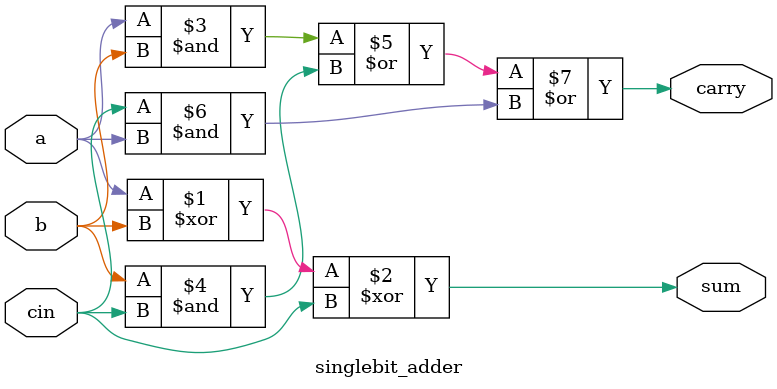
<source format=sv>
module adder_1a(a,b,cin,sum,carry);
	input logic [3:0] a;
	input logic [3:0] b;
	input logic cin;
  output [3:0]sum;
	output carry;
	
	logic [3:0]c;
 
      singlebit_adder sa1(a[0],b[0],cin ,sum[0],c[0]);
      singlebit_adder sa2(a[1],b[1],c[0],sum[1],c[1]);
      singlebit_adder sa3(a[2],b[2],c[1],sum[2],c[2]);
      singlebit_adder sa4(a[3],b[3],c[2],sum[3],c[3]);
  assign carry=c[3];
endmodule


module singlebit_adder(a,b,cin,sum,carry);
	input logic a;
	input logic b;
	input logic cin;
	output sum;
	output carry;

     assign sum=(a^b^cin);
     assign carry=(a&b)|(b&cin)|(cin&a);
endmodule


</source>
